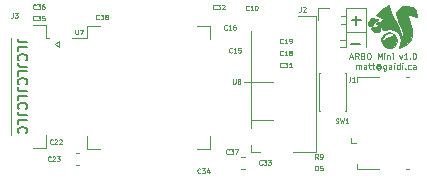
<source format=gbr>
G04 #@! TF.GenerationSoftware,KiCad,Pcbnew,(5.1.2-1)-1*
G04 #@! TF.CreationDate,2020-01-07T18:23:05-05:00*
G04 #@! TF.ProjectId,ARBO Mini,4152424f-204d-4696-9e69-2e6b69636164,rev?*
G04 #@! TF.SameCoordinates,Original*
G04 #@! TF.FileFunction,Legend,Top*
G04 #@! TF.FilePolarity,Positive*
%FSLAX46Y46*%
G04 Gerber Fmt 4.6, Leading zero omitted, Abs format (unit mm)*
G04 Created by KiCad (PCBNEW (5.1.2-1)-1) date 2020-01-07 18:23:05*
%MOMM*%
%LPD*%
G04 APERTURE LIST*
%ADD10C,0.150000*%
%ADD11C,0.080000*%
%ADD12C,0.200000*%
%ADD13C,0.120000*%
%ADD14C,0.010000*%
%ADD15C,0.100000*%
G04 APERTURE END LIST*
D10*
X107499095Y-57137761D02*
X106927666Y-57137761D01*
X106813380Y-57099666D01*
X106737190Y-57023476D01*
X106699095Y-56909190D01*
X106699095Y-56833000D01*
X106699095Y-57899666D02*
X106699095Y-57518714D01*
X107499095Y-57518714D01*
X106775285Y-58623476D02*
X106737190Y-58585380D01*
X106699095Y-58471095D01*
X106699095Y-58394904D01*
X106737190Y-58280619D01*
X106813380Y-58204428D01*
X106889571Y-58166333D01*
X107041952Y-58128238D01*
X107156238Y-58128238D01*
X107308619Y-58166333D01*
X107384809Y-58204428D01*
X107461000Y-58280619D01*
X107499095Y-58394904D01*
X107499095Y-58471095D01*
X107461000Y-58585380D01*
X107422904Y-58623476D01*
X107499095Y-59194904D02*
X106927666Y-59194904D01*
X106813380Y-59156809D01*
X106737190Y-59080619D01*
X106699095Y-58966333D01*
X106699095Y-58890142D01*
X106699095Y-59956809D02*
X106699095Y-59575857D01*
X107499095Y-59575857D01*
X106775285Y-60680619D02*
X106737190Y-60642523D01*
X106699095Y-60528238D01*
X106699095Y-60452047D01*
X106737190Y-60337761D01*
X106813380Y-60261571D01*
X106889571Y-60223476D01*
X107041952Y-60185380D01*
X107156238Y-60185380D01*
X107308619Y-60223476D01*
X107384809Y-60261571D01*
X107461000Y-60337761D01*
X107499095Y-60452047D01*
X107499095Y-60528238D01*
X107461000Y-60642523D01*
X107422904Y-60680619D01*
X107499095Y-61252047D02*
X106927666Y-61252047D01*
X106813380Y-61213952D01*
X106737190Y-61137761D01*
X106699095Y-61023476D01*
X106699095Y-60947285D01*
X106699095Y-62013952D02*
X106699095Y-61633000D01*
X107499095Y-61633000D01*
X106775285Y-62737761D02*
X106737190Y-62699666D01*
X106699095Y-62585380D01*
X106699095Y-62509190D01*
X106737190Y-62394904D01*
X106813380Y-62318714D01*
X106889571Y-62280619D01*
X107041952Y-62242523D01*
X107156238Y-62242523D01*
X107308619Y-62280619D01*
X107384809Y-62318714D01*
X107461000Y-62394904D01*
X107499095Y-62509190D01*
X107499095Y-62585380D01*
X107461000Y-62699666D01*
X107422904Y-62737761D01*
X107499095Y-63309190D02*
X106927666Y-63309190D01*
X106813380Y-63271095D01*
X106737190Y-63194904D01*
X106699095Y-63080619D01*
X106699095Y-63004428D01*
X106699095Y-64071095D02*
X106699095Y-63690142D01*
X107499095Y-63690142D01*
X106775285Y-64794904D02*
X106737190Y-64756809D01*
X106699095Y-64642523D01*
X106699095Y-64566333D01*
X106737190Y-64452047D01*
X106813380Y-64375857D01*
X106889571Y-64337761D01*
X107041952Y-64299666D01*
X107156238Y-64299666D01*
X107308619Y-64337761D01*
X107384809Y-64375857D01*
X107461000Y-64452047D01*
X107499095Y-64566333D01*
X107499095Y-64642523D01*
X107461000Y-64756809D01*
X107422904Y-64794904D01*
D11*
X134821123Y-58393133D02*
X135059219Y-58393133D01*
X134773504Y-58535990D02*
X134940171Y-58035990D01*
X135106838Y-58535990D01*
X135559219Y-58535990D02*
X135392552Y-58297895D01*
X135273504Y-58535990D02*
X135273504Y-58035990D01*
X135463980Y-58035990D01*
X135511600Y-58059800D01*
X135535409Y-58083609D01*
X135559219Y-58131228D01*
X135559219Y-58202657D01*
X135535409Y-58250276D01*
X135511600Y-58274085D01*
X135463980Y-58297895D01*
X135273504Y-58297895D01*
X135940171Y-58274085D02*
X136011600Y-58297895D01*
X136035409Y-58321704D01*
X136059219Y-58369323D01*
X136059219Y-58440752D01*
X136035409Y-58488371D01*
X136011600Y-58512180D01*
X135963980Y-58535990D01*
X135773504Y-58535990D01*
X135773504Y-58035990D01*
X135940171Y-58035990D01*
X135987790Y-58059800D01*
X136011600Y-58083609D01*
X136035409Y-58131228D01*
X136035409Y-58178847D01*
X136011600Y-58226466D01*
X135987790Y-58250276D01*
X135940171Y-58274085D01*
X135773504Y-58274085D01*
X136368742Y-58035990D02*
X136463980Y-58035990D01*
X136511600Y-58059800D01*
X136559219Y-58107419D01*
X136583028Y-58202657D01*
X136583028Y-58369323D01*
X136559219Y-58464561D01*
X136511600Y-58512180D01*
X136463980Y-58535990D01*
X136368742Y-58535990D01*
X136321123Y-58512180D01*
X136273504Y-58464561D01*
X136249695Y-58369323D01*
X136249695Y-58202657D01*
X136273504Y-58107419D01*
X136321123Y-58059800D01*
X136368742Y-58035990D01*
X137178266Y-58535990D02*
X137178266Y-58035990D01*
X137344933Y-58393133D01*
X137511600Y-58035990D01*
X137511600Y-58535990D01*
X137749695Y-58535990D02*
X137749695Y-58202657D01*
X137749695Y-58035990D02*
X137725885Y-58059800D01*
X137749695Y-58083609D01*
X137773504Y-58059800D01*
X137749695Y-58035990D01*
X137749695Y-58083609D01*
X137987790Y-58202657D02*
X137987790Y-58535990D01*
X137987790Y-58250276D02*
X138011600Y-58226466D01*
X138059219Y-58202657D01*
X138130647Y-58202657D01*
X138178266Y-58226466D01*
X138202076Y-58274085D01*
X138202076Y-58535990D01*
X138440171Y-58535990D02*
X138440171Y-58202657D01*
X138440171Y-58035990D02*
X138416361Y-58059800D01*
X138440171Y-58083609D01*
X138463980Y-58059800D01*
X138440171Y-58035990D01*
X138440171Y-58083609D01*
X139011600Y-58202657D02*
X139130647Y-58535990D01*
X139249695Y-58202657D01*
X139702076Y-58535990D02*
X139416361Y-58535990D01*
X139559219Y-58535990D02*
X139559219Y-58035990D01*
X139511600Y-58107419D01*
X139463980Y-58155038D01*
X139416361Y-58178847D01*
X139916361Y-58488371D02*
X139940171Y-58512180D01*
X139916361Y-58535990D01*
X139892552Y-58512180D01*
X139916361Y-58488371D01*
X139916361Y-58535990D01*
X140249695Y-58035990D02*
X140297314Y-58035990D01*
X140344933Y-58059800D01*
X140368742Y-58083609D01*
X140392552Y-58131228D01*
X140416361Y-58226466D01*
X140416361Y-58345514D01*
X140392552Y-58440752D01*
X140368742Y-58488371D01*
X140344933Y-58512180D01*
X140297314Y-58535990D01*
X140249695Y-58535990D01*
X140202076Y-58512180D01*
X140178266Y-58488371D01*
X140154457Y-58440752D01*
X140130647Y-58345514D01*
X140130647Y-58226466D01*
X140154457Y-58131228D01*
X140178266Y-58083609D01*
X140202076Y-58059800D01*
X140249695Y-58035990D01*
X135344933Y-59365990D02*
X135344933Y-59032657D01*
X135344933Y-59080276D02*
X135368742Y-59056466D01*
X135416361Y-59032657D01*
X135487790Y-59032657D01*
X135535409Y-59056466D01*
X135559219Y-59104085D01*
X135559219Y-59365990D01*
X135559219Y-59104085D02*
X135583028Y-59056466D01*
X135630647Y-59032657D01*
X135702076Y-59032657D01*
X135749695Y-59056466D01*
X135773504Y-59104085D01*
X135773504Y-59365990D01*
X136225885Y-59365990D02*
X136225885Y-59104085D01*
X136202076Y-59056466D01*
X136154457Y-59032657D01*
X136059219Y-59032657D01*
X136011600Y-59056466D01*
X136225885Y-59342180D02*
X136178266Y-59365990D01*
X136059219Y-59365990D01*
X136011600Y-59342180D01*
X135987790Y-59294561D01*
X135987790Y-59246942D01*
X136011600Y-59199323D01*
X136059219Y-59175514D01*
X136178266Y-59175514D01*
X136225885Y-59151704D01*
X136392552Y-59032657D02*
X136583028Y-59032657D01*
X136463980Y-58865990D02*
X136463980Y-59294561D01*
X136487790Y-59342180D01*
X136535409Y-59365990D01*
X136583028Y-59365990D01*
X136678266Y-59032657D02*
X136868742Y-59032657D01*
X136749695Y-58865990D02*
X136749695Y-59294561D01*
X136773504Y-59342180D01*
X136821123Y-59365990D01*
X136868742Y-59365990D01*
X137344933Y-59127895D02*
X137321123Y-59104085D01*
X137273504Y-59080276D01*
X137225885Y-59080276D01*
X137178266Y-59104085D01*
X137154457Y-59127895D01*
X137130647Y-59175514D01*
X137130647Y-59223133D01*
X137154457Y-59270752D01*
X137178266Y-59294561D01*
X137225885Y-59318371D01*
X137273504Y-59318371D01*
X137321123Y-59294561D01*
X137344933Y-59270752D01*
X137344933Y-59080276D02*
X137344933Y-59270752D01*
X137368742Y-59294561D01*
X137392552Y-59294561D01*
X137440171Y-59270752D01*
X137463980Y-59223133D01*
X137463980Y-59104085D01*
X137416361Y-59032657D01*
X137344933Y-58985038D01*
X137249695Y-58961228D01*
X137154457Y-58985038D01*
X137083028Y-59032657D01*
X137035409Y-59104085D01*
X137011600Y-59199323D01*
X137035409Y-59294561D01*
X137083028Y-59365990D01*
X137154457Y-59413609D01*
X137249695Y-59437419D01*
X137344933Y-59413609D01*
X137416361Y-59365990D01*
X137892552Y-59032657D02*
X137892552Y-59437419D01*
X137868742Y-59485038D01*
X137844933Y-59508847D01*
X137797314Y-59532657D01*
X137725885Y-59532657D01*
X137678266Y-59508847D01*
X137892552Y-59342180D02*
X137844933Y-59365990D01*
X137749695Y-59365990D01*
X137702076Y-59342180D01*
X137678266Y-59318371D01*
X137654457Y-59270752D01*
X137654457Y-59127895D01*
X137678266Y-59080276D01*
X137702076Y-59056466D01*
X137749695Y-59032657D01*
X137844933Y-59032657D01*
X137892552Y-59056466D01*
X138344933Y-59365990D02*
X138344933Y-59104085D01*
X138321123Y-59056466D01*
X138273504Y-59032657D01*
X138178266Y-59032657D01*
X138130647Y-59056466D01*
X138344933Y-59342180D02*
X138297314Y-59365990D01*
X138178266Y-59365990D01*
X138130647Y-59342180D01*
X138106838Y-59294561D01*
X138106838Y-59246942D01*
X138130647Y-59199323D01*
X138178266Y-59175514D01*
X138297314Y-59175514D01*
X138344933Y-59151704D01*
X138583028Y-59365990D02*
X138583028Y-59032657D01*
X138583028Y-58865990D02*
X138559219Y-58889800D01*
X138583028Y-58913609D01*
X138606838Y-58889800D01*
X138583028Y-58865990D01*
X138583028Y-58913609D01*
X139035409Y-59365990D02*
X139035409Y-58865990D01*
X139035409Y-59342180D02*
X138987790Y-59365990D01*
X138892552Y-59365990D01*
X138844933Y-59342180D01*
X138821123Y-59318371D01*
X138797314Y-59270752D01*
X138797314Y-59127895D01*
X138821123Y-59080276D01*
X138844933Y-59056466D01*
X138892552Y-59032657D01*
X138987790Y-59032657D01*
X139035409Y-59056466D01*
X139273504Y-59365990D02*
X139273504Y-59032657D01*
X139273504Y-58865990D02*
X139249695Y-58889800D01*
X139273504Y-58913609D01*
X139297314Y-58889800D01*
X139273504Y-58865990D01*
X139273504Y-58913609D01*
X139511600Y-59318371D02*
X139535409Y-59342180D01*
X139511600Y-59365990D01*
X139487790Y-59342180D01*
X139511600Y-59318371D01*
X139511600Y-59365990D01*
X139963980Y-59342180D02*
X139916361Y-59365990D01*
X139821123Y-59365990D01*
X139773504Y-59342180D01*
X139749695Y-59318371D01*
X139725885Y-59270752D01*
X139725885Y-59127895D01*
X139749695Y-59080276D01*
X139773504Y-59056466D01*
X139821123Y-59032657D01*
X139916361Y-59032657D01*
X139963980Y-59056466D01*
X140392552Y-59365990D02*
X140392552Y-59104085D01*
X140368742Y-59056466D01*
X140321123Y-59032657D01*
X140225885Y-59032657D01*
X140178266Y-59056466D01*
X140392552Y-59342180D02*
X140344933Y-59365990D01*
X140225885Y-59365990D01*
X140178266Y-59342180D01*
X140154457Y-59294561D01*
X140154457Y-59246942D01*
X140178266Y-59199323D01*
X140225885Y-59175514D01*
X140344933Y-59175514D01*
X140392552Y-59151704D01*
D12*
X134975647Y-55265628D02*
X135737552Y-55265628D01*
X135356600Y-55646580D02*
X135356600Y-54884676D01*
X134950247Y-57297628D02*
X135712152Y-57297628D01*
D13*
X132096000Y-54245000D02*
X133096000Y-54245000D01*
X132096000Y-55245000D02*
X132096000Y-54245000D01*
X133978114Y-57555000D02*
X134536000Y-57555000D01*
X133978114Y-56935000D02*
X134536000Y-56935000D01*
X134536000Y-56245000D02*
X136156000Y-56245000D01*
X134031000Y-55555000D02*
X134536000Y-55555000D01*
X134031000Y-54935000D02*
X134536000Y-54935000D01*
X136156000Y-54185000D02*
X134536000Y-54185000D01*
X136156000Y-57555000D02*
X136156000Y-54185000D01*
X134536000Y-54185000D02*
X134536000Y-57555000D01*
D14*
G36*
X137048614Y-55114358D02*
G01*
X137186797Y-55168759D01*
X137196120Y-55239490D01*
X137071713Y-55305416D01*
X136907261Y-55423897D01*
X136818579Y-55565511D01*
X136698601Y-55721117D01*
X136537824Y-55766715D01*
X136398122Y-55693460D01*
X136362684Y-55630689D01*
X136371546Y-55462790D01*
X136438477Y-55348651D01*
X136517917Y-55216205D01*
X136511074Y-55149229D01*
X136549329Y-55114653D01*
X136712464Y-55094614D01*
X136802226Y-55092600D01*
X137048614Y-55114358D01*
X137048614Y-55114358D01*
G37*
X137048614Y-55114358D02*
X137186797Y-55168759D01*
X137196120Y-55239490D01*
X137071713Y-55305416D01*
X136907261Y-55423897D01*
X136818579Y-55565511D01*
X136698601Y-55721117D01*
X136537824Y-55766715D01*
X136398122Y-55693460D01*
X136362684Y-55630689D01*
X136371546Y-55462790D01*
X136438477Y-55348651D01*
X136517917Y-55216205D01*
X136511074Y-55149229D01*
X136549329Y-55114653D01*
X136712464Y-55094614D01*
X136802226Y-55092600D01*
X137048614Y-55114358D01*
G36*
X137341471Y-55825078D02*
G01*
X137379598Y-55887070D01*
X137372569Y-56069392D01*
X137249068Y-56220739D01*
X137074346Y-56277933D01*
X136902583Y-56226856D01*
X136724880Y-56115888D01*
X136595303Y-55984153D01*
X136603009Y-55894342D01*
X136759645Y-55831889D01*
X136982133Y-55794207D01*
X137219212Y-55779291D01*
X137341471Y-55825078D01*
X137341471Y-55825078D01*
G37*
X137341471Y-55825078D02*
X137379598Y-55887070D01*
X137372569Y-56069392D01*
X137249068Y-56220739D01*
X137074346Y-56277933D01*
X136902583Y-56226856D01*
X136724880Y-56115888D01*
X136595303Y-55984153D01*
X136603009Y-55894342D01*
X136759645Y-55831889D01*
X136982133Y-55794207D01*
X137219212Y-55779291D01*
X137341471Y-55825078D01*
G36*
X138116863Y-53974312D02*
G01*
X138163948Y-54087239D01*
X138239609Y-54312109D01*
X138324012Y-54598542D01*
X138346000Y-54679905D01*
X138443943Y-54943714D01*
X138604771Y-55271770D01*
X138782999Y-55575784D01*
X138968148Y-55901325D01*
X139107284Y-56219482D01*
X139168147Y-56441869D01*
X139212656Y-56641738D01*
X139269735Y-56736248D01*
X139290178Y-56735249D01*
X139335020Y-56614353D01*
X139307577Y-56376420D01*
X139215619Y-56053626D01*
X139066920Y-55678148D01*
X139000220Y-55534677D01*
X138868964Y-55221916D01*
X138779037Y-54927772D01*
X138750784Y-54730343D01*
X138834913Y-54438765D01*
X139044131Y-54211897D01*
X139340779Y-54067675D01*
X139687201Y-54024033D01*
X140045739Y-54098909D01*
X140062325Y-54105674D01*
X140278647Y-54228488D01*
X140403517Y-54407718D01*
X140462577Y-54586742D01*
X140513392Y-54809880D01*
X140528725Y-54953408D01*
X140522898Y-54975258D01*
X140430875Y-54967639D01*
X140242877Y-54906382D01*
X140167525Y-54876253D01*
X139936682Y-54804542D01*
X139787750Y-54806854D01*
X139771651Y-54817749D01*
X139760501Y-54933526D01*
X139811546Y-55166311D01*
X139909793Y-55460473D01*
X140078872Y-56031264D01*
X140114215Y-56504535D01*
X140011826Y-56891582D01*
X139767707Y-57203704D01*
X139377863Y-57452197D01*
X139174756Y-57538394D01*
X138962612Y-57619051D01*
X139071573Y-57308326D01*
X139137140Y-56908845D01*
X139059557Y-56554580D01*
X138863497Y-56268175D01*
X138573633Y-56072274D01*
X138214637Y-55989523D01*
X137811183Y-56042567D01*
X137724936Y-56072379D01*
X137614064Y-56054684D01*
X137568904Y-55924573D01*
X137477686Y-55750781D01*
X137265834Y-55646591D01*
X137055915Y-55561745D01*
X137001978Y-55487359D01*
X137105874Y-55439928D01*
X137241688Y-55431267D01*
X137483679Y-55370247D01*
X137582292Y-55263879D01*
X137619975Y-55147759D01*
X137557573Y-55062615D01*
X137364763Y-54968178D01*
X137357263Y-54965038D01*
X137042651Y-54833585D01*
X137291984Y-54584600D01*
X137456334Y-54584600D01*
X137475527Y-54657083D01*
X137536003Y-54669267D01*
X137651846Y-54625062D01*
X137668000Y-54584600D01*
X137607233Y-54502357D01*
X137588330Y-54499933D01*
X137473663Y-54561477D01*
X137456334Y-54584600D01*
X137291984Y-54584600D01*
X137376492Y-54500211D01*
X137578171Y-54315390D01*
X137743348Y-54193117D01*
X137811960Y-54164052D01*
X137933245Y-54095840D01*
X137996506Y-54013100D01*
X138062346Y-53925994D01*
X138116863Y-53974312D01*
X138116863Y-53974312D01*
G37*
X138116863Y-53974312D02*
X138163948Y-54087239D01*
X138239609Y-54312109D01*
X138324012Y-54598542D01*
X138346000Y-54679905D01*
X138443943Y-54943714D01*
X138604771Y-55271770D01*
X138782999Y-55575784D01*
X138968148Y-55901325D01*
X139107284Y-56219482D01*
X139168147Y-56441869D01*
X139212656Y-56641738D01*
X139269735Y-56736248D01*
X139290178Y-56735249D01*
X139335020Y-56614353D01*
X139307577Y-56376420D01*
X139215619Y-56053626D01*
X139066920Y-55678148D01*
X139000220Y-55534677D01*
X138868964Y-55221916D01*
X138779037Y-54927772D01*
X138750784Y-54730343D01*
X138834913Y-54438765D01*
X139044131Y-54211897D01*
X139340779Y-54067675D01*
X139687201Y-54024033D01*
X140045739Y-54098909D01*
X140062325Y-54105674D01*
X140278647Y-54228488D01*
X140403517Y-54407718D01*
X140462577Y-54586742D01*
X140513392Y-54809880D01*
X140528725Y-54953408D01*
X140522898Y-54975258D01*
X140430875Y-54967639D01*
X140242877Y-54906382D01*
X140167525Y-54876253D01*
X139936682Y-54804542D01*
X139787750Y-54806854D01*
X139771651Y-54817749D01*
X139760501Y-54933526D01*
X139811546Y-55166311D01*
X139909793Y-55460473D01*
X140078872Y-56031264D01*
X140114215Y-56504535D01*
X140011826Y-56891582D01*
X139767707Y-57203704D01*
X139377863Y-57452197D01*
X139174756Y-57538394D01*
X138962612Y-57619051D01*
X139071573Y-57308326D01*
X139137140Y-56908845D01*
X139059557Y-56554580D01*
X138863497Y-56268175D01*
X138573633Y-56072274D01*
X138214637Y-55989523D01*
X137811183Y-56042567D01*
X137724936Y-56072379D01*
X137614064Y-56054684D01*
X137568904Y-55924573D01*
X137477686Y-55750781D01*
X137265834Y-55646591D01*
X137055915Y-55561745D01*
X137001978Y-55487359D01*
X137105874Y-55439928D01*
X137241688Y-55431267D01*
X137483679Y-55370247D01*
X137582292Y-55263879D01*
X137619975Y-55147759D01*
X137557573Y-55062615D01*
X137364763Y-54968178D01*
X137357263Y-54965038D01*
X137042651Y-54833585D01*
X137291984Y-54584600D01*
X137456334Y-54584600D01*
X137475527Y-54657083D01*
X137536003Y-54669267D01*
X137651846Y-54625062D01*
X137668000Y-54584600D01*
X137607233Y-54502357D01*
X137588330Y-54499933D01*
X137473663Y-54561477D01*
X137456334Y-54584600D01*
X137291984Y-54584600D01*
X137376492Y-54500211D01*
X137578171Y-54315390D01*
X137743348Y-54193117D01*
X137811960Y-54164052D01*
X137933245Y-54095840D01*
X137996506Y-54013100D01*
X138062346Y-53925994D01*
X138116863Y-53974312D01*
G36*
X138387667Y-56297968D02*
G01*
X138156347Y-56351450D01*
X137899696Y-56455060D01*
X137693074Y-56615128D01*
X137587812Y-56789014D01*
X137583334Y-56827438D01*
X137624342Y-56942653D01*
X137739780Y-56913610D01*
X137883178Y-56782054D01*
X138105477Y-56645290D01*
X138256133Y-56633887D01*
X138420396Y-56622032D01*
X138461899Y-56520446D01*
X138461690Y-56517462D01*
X138490068Y-56414446D01*
X138577016Y-56431420D01*
X138686903Y-56547661D01*
X138765795Y-56694333D01*
X138821480Y-57002721D01*
X138746250Y-57274341D01*
X138573308Y-57486437D01*
X138335859Y-57616250D01*
X138067107Y-57641022D01*
X137800257Y-57537996D01*
X137682759Y-57436643D01*
X137524818Y-57163987D01*
X137498477Y-56860902D01*
X137601534Y-56582894D01*
X137721752Y-56453412D01*
X137945433Y-56332019D01*
X138166252Y-56287950D01*
X138387667Y-56297968D01*
X138387667Y-56297968D01*
G37*
X138387667Y-56297968D02*
X138156347Y-56351450D01*
X137899696Y-56455060D01*
X137693074Y-56615128D01*
X137587812Y-56789014D01*
X137583334Y-56827438D01*
X137624342Y-56942653D01*
X137739780Y-56913610D01*
X137883178Y-56782054D01*
X138105477Y-56645290D01*
X138256133Y-56633887D01*
X138420396Y-56622032D01*
X138461899Y-56520446D01*
X138461690Y-56517462D01*
X138490068Y-56414446D01*
X138577016Y-56431420D01*
X138686903Y-56547661D01*
X138765795Y-56694333D01*
X138821480Y-57002721D01*
X138746250Y-57274341D01*
X138573308Y-57486437D01*
X138335859Y-57616250D01*
X138067107Y-57641022D01*
X137800257Y-57537996D01*
X137682759Y-57436643D01*
X137524818Y-57163987D01*
X137498477Y-56860902D01*
X137601534Y-56582894D01*
X137721752Y-56453412D01*
X137945433Y-56332019D01*
X138166252Y-56287950D01*
X138387667Y-56297968D01*
D13*
X112605000Y-56735000D02*
X111330000Y-56735000D01*
X122955000Y-55785000D02*
X121905000Y-55785000D01*
X122955000Y-66135000D02*
X121905000Y-66135000D01*
X112605000Y-66135000D02*
X113655000Y-66135000D01*
X112605000Y-55785000D02*
X113655000Y-55785000D01*
X112605000Y-66135000D02*
X112605000Y-65085000D01*
X122955000Y-66135000D02*
X122955000Y-65085000D01*
X122955000Y-55785000D02*
X122955000Y-56835000D01*
X112605000Y-55785000D02*
X112605000Y-56735000D01*
X134370000Y-62935000D02*
X134470000Y-62935000D01*
X134370000Y-59695000D02*
X134470000Y-59695000D01*
X134470000Y-62935000D02*
X134470000Y-59695000D01*
X132230000Y-62935000D02*
X132330000Y-62935000D01*
X132230000Y-59695000D02*
X132330000Y-59695000D01*
X132230000Y-62935000D02*
X132230000Y-59695000D01*
X110207553Y-57507000D02*
X110207553Y-57007000D01*
X109854000Y-57257000D02*
X110207553Y-57507000D01*
X110207553Y-57007000D02*
X109854000Y-57257000D01*
X106124000Y-56717000D02*
X106124000Y-64997000D01*
X109114000Y-66067000D02*
X109114000Y-64967000D01*
X107994000Y-66067000D02*
X109114000Y-66067000D01*
X109114000Y-56747000D02*
X109354000Y-56747000D01*
X109114000Y-55647000D02*
X109114000Y-56747000D01*
X107994000Y-55647000D02*
X109114000Y-55647000D01*
D15*
X134741600Y-67818000D02*
G75*
G03X134741600Y-67818000I-50000J0D01*
G01*
D13*
X128281000Y-60493000D02*
X125831000Y-60493000D01*
X126481000Y-63713000D02*
X128281000Y-63713000D01*
X126492000Y-64389000D02*
X126492000Y-56134000D01*
X131953000Y-54864000D02*
X130429000Y-54864000D01*
X126492000Y-66421000D02*
X126492000Y-65786000D01*
X127254000Y-66421000D02*
X126492000Y-66421000D01*
X131953000Y-66421000D02*
X130048000Y-66421000D01*
X131953000Y-54864000D02*
X131953000Y-66294000D01*
X134880000Y-65662400D02*
X135330000Y-65662400D01*
X134880000Y-65662400D02*
X134880000Y-65212400D01*
X135430000Y-60062400D02*
X135430000Y-60512400D01*
X137280000Y-60062400D02*
X135430000Y-60062400D01*
X139830000Y-67862400D02*
X139580000Y-67862400D01*
X139830000Y-60062400D02*
X139580000Y-60062400D01*
X137280000Y-67862400D02*
X135430000Y-67862400D01*
X135430000Y-67862400D02*
X135430000Y-67412400D01*
X125592721Y-67820000D02*
X125918279Y-67820000D01*
X125592721Y-66800000D02*
X125918279Y-66800000D01*
X111597121Y-67515200D02*
X111922679Y-67515200D01*
X111597121Y-66495200D02*
X111922679Y-66495200D01*
D15*
X111582238Y-56041952D02*
X111582238Y-56365761D01*
X111601285Y-56403857D01*
X111620333Y-56422904D01*
X111658428Y-56441952D01*
X111734619Y-56441952D01*
X111772714Y-56422904D01*
X111791761Y-56403857D01*
X111810809Y-56365761D01*
X111810809Y-56041952D01*
X111963190Y-56041952D02*
X112229857Y-56041952D01*
X112058428Y-56441952D01*
X108226257Y-54270257D02*
X108207209Y-54289304D01*
X108150066Y-54308352D01*
X108111971Y-54308352D01*
X108054828Y-54289304D01*
X108016733Y-54251209D01*
X107997685Y-54213114D01*
X107978638Y-54136923D01*
X107978638Y-54079780D01*
X107997685Y-54003590D01*
X108016733Y-53965495D01*
X108054828Y-53927400D01*
X108111971Y-53908352D01*
X108150066Y-53908352D01*
X108207209Y-53927400D01*
X108226257Y-53946447D01*
X108359590Y-53908352D02*
X108607209Y-53908352D01*
X108473876Y-54060733D01*
X108531019Y-54060733D01*
X108569114Y-54079780D01*
X108588161Y-54098828D01*
X108607209Y-54136923D01*
X108607209Y-54232161D01*
X108588161Y-54270257D01*
X108569114Y-54289304D01*
X108531019Y-54308352D01*
X108416733Y-54308352D01*
X108378638Y-54289304D01*
X108359590Y-54270257D01*
X108950066Y-53908352D02*
X108873876Y-53908352D01*
X108835780Y-53927400D01*
X108816733Y-53946447D01*
X108778638Y-54003590D01*
X108759590Y-54079780D01*
X108759590Y-54232161D01*
X108778638Y-54270257D01*
X108797685Y-54289304D01*
X108835780Y-54308352D01*
X108911971Y-54308352D01*
X108950066Y-54289304D01*
X108969114Y-54270257D01*
X108988161Y-54232161D01*
X108988161Y-54136923D01*
X108969114Y-54098828D01*
X108950066Y-54079780D01*
X108911971Y-54060733D01*
X108835780Y-54060733D01*
X108797685Y-54079780D01*
X108778638Y-54098828D01*
X108759590Y-54136923D01*
X108226257Y-55235457D02*
X108207209Y-55254504D01*
X108150066Y-55273552D01*
X108111971Y-55273552D01*
X108054828Y-55254504D01*
X108016733Y-55216409D01*
X107997685Y-55178314D01*
X107978638Y-55102123D01*
X107978638Y-55044980D01*
X107997685Y-54968790D01*
X108016733Y-54930695D01*
X108054828Y-54892600D01*
X108111971Y-54873552D01*
X108150066Y-54873552D01*
X108207209Y-54892600D01*
X108226257Y-54911647D01*
X108359590Y-54873552D02*
X108607209Y-54873552D01*
X108473876Y-55025933D01*
X108531019Y-55025933D01*
X108569114Y-55044980D01*
X108588161Y-55064028D01*
X108607209Y-55102123D01*
X108607209Y-55197361D01*
X108588161Y-55235457D01*
X108569114Y-55254504D01*
X108531019Y-55273552D01*
X108416733Y-55273552D01*
X108378638Y-55254504D01*
X108359590Y-55235457D01*
X108969114Y-54873552D02*
X108778638Y-54873552D01*
X108759590Y-55064028D01*
X108778638Y-55044980D01*
X108816733Y-55025933D01*
X108911971Y-55025933D01*
X108950066Y-55044980D01*
X108969114Y-55064028D01*
X108988161Y-55102123D01*
X108988161Y-55197361D01*
X108969114Y-55235457D01*
X108950066Y-55254504D01*
X108911971Y-55273552D01*
X108816733Y-55273552D01*
X108778638Y-55254504D01*
X108759590Y-55235457D01*
X133629466Y-63941304D02*
X133686609Y-63960352D01*
X133781847Y-63960352D01*
X133819942Y-63941304D01*
X133838990Y-63922257D01*
X133858038Y-63884161D01*
X133858038Y-63846066D01*
X133838990Y-63807971D01*
X133819942Y-63788923D01*
X133781847Y-63769876D01*
X133705657Y-63750828D01*
X133667561Y-63731780D01*
X133648514Y-63712733D01*
X133629466Y-63674638D01*
X133629466Y-63636542D01*
X133648514Y-63598447D01*
X133667561Y-63579400D01*
X133705657Y-63560352D01*
X133800895Y-63560352D01*
X133858038Y-63579400D01*
X133991371Y-63560352D02*
X134086609Y-63960352D01*
X134162800Y-63674638D01*
X134238990Y-63960352D01*
X134334228Y-63560352D01*
X134696133Y-63960352D02*
X134467561Y-63960352D01*
X134581847Y-63960352D02*
X134581847Y-63560352D01*
X134543752Y-63617495D01*
X134505657Y-63655590D01*
X134467561Y-63674638D01*
X132140333Y-66982952D02*
X132007000Y-66792476D01*
X131911761Y-66982952D02*
X131911761Y-66582952D01*
X132064142Y-66582952D01*
X132102238Y-66602000D01*
X132121285Y-66621047D01*
X132140333Y-66659142D01*
X132140333Y-66716285D01*
X132121285Y-66754380D01*
X132102238Y-66773428D01*
X132064142Y-66792476D01*
X131911761Y-66792476D01*
X132330809Y-66982952D02*
X132407000Y-66982952D01*
X132445095Y-66963904D01*
X132464142Y-66944857D01*
X132502238Y-66887714D01*
X132521285Y-66811523D01*
X132521285Y-66659142D01*
X132502238Y-66621047D01*
X132483190Y-66602000D01*
X132445095Y-66582952D01*
X132368904Y-66582952D01*
X132330809Y-66602000D01*
X132311761Y-66621047D01*
X132292714Y-66659142D01*
X132292714Y-66754380D01*
X132311761Y-66792476D01*
X132330809Y-66811523D01*
X132368904Y-66830571D01*
X132445095Y-66830571D01*
X132483190Y-66811523D01*
X132502238Y-66792476D01*
X132521285Y-66754380D01*
X106292666Y-54644952D02*
X106292666Y-54930666D01*
X106273619Y-54987809D01*
X106235523Y-55025904D01*
X106178380Y-55044952D01*
X106140285Y-55044952D01*
X106445047Y-54644952D02*
X106692666Y-54644952D01*
X106559333Y-54797333D01*
X106616476Y-54797333D01*
X106654571Y-54816380D01*
X106673619Y-54835428D01*
X106692666Y-54873523D01*
X106692666Y-54968761D01*
X106673619Y-55006857D01*
X106654571Y-55025904D01*
X106616476Y-55044952D01*
X106502190Y-55044952D01*
X106464095Y-55025904D01*
X106445047Y-55006857D01*
X131911761Y-67973552D02*
X131911761Y-67573552D01*
X132007000Y-67573552D01*
X132064142Y-67592600D01*
X132102238Y-67630695D01*
X132121285Y-67668790D01*
X132140333Y-67744980D01*
X132140333Y-67802123D01*
X132121285Y-67878314D01*
X132102238Y-67916409D01*
X132064142Y-67954504D01*
X132007000Y-67973552D01*
X131911761Y-67973552D01*
X132502238Y-67573552D02*
X132311761Y-67573552D01*
X132292714Y-67764028D01*
X132311761Y-67744980D01*
X132349857Y-67725933D01*
X132445095Y-67725933D01*
X132483190Y-67744980D01*
X132502238Y-67764028D01*
X132521285Y-67802123D01*
X132521285Y-67897361D01*
X132502238Y-67935457D01*
X132483190Y-67954504D01*
X132445095Y-67973552D01*
X132349857Y-67973552D01*
X132311761Y-67954504D01*
X132292714Y-67935457D01*
X124917238Y-60232952D02*
X124917238Y-60556761D01*
X124936285Y-60594857D01*
X124955333Y-60613904D01*
X124993428Y-60632952D01*
X125069619Y-60632952D01*
X125107714Y-60613904D01*
X125126761Y-60594857D01*
X125145809Y-60556761D01*
X125145809Y-60232952D01*
X125393428Y-60404380D02*
X125355333Y-60385333D01*
X125336285Y-60366285D01*
X125317238Y-60328190D01*
X125317238Y-60309142D01*
X125336285Y-60271047D01*
X125355333Y-60252000D01*
X125393428Y-60232952D01*
X125469619Y-60232952D01*
X125507714Y-60252000D01*
X125526761Y-60271047D01*
X125545809Y-60309142D01*
X125545809Y-60328190D01*
X125526761Y-60366285D01*
X125507714Y-60385333D01*
X125469619Y-60404380D01*
X125393428Y-60404380D01*
X125355333Y-60423428D01*
X125336285Y-60442476D01*
X125317238Y-60480571D01*
X125317238Y-60556761D01*
X125336285Y-60594857D01*
X125355333Y-60613904D01*
X125393428Y-60632952D01*
X125469619Y-60632952D01*
X125507714Y-60613904D01*
X125526761Y-60594857D01*
X125545809Y-60556761D01*
X125545809Y-60480571D01*
X125526761Y-60442476D01*
X125507714Y-60423428D01*
X125469619Y-60404380D01*
X130676666Y-54136952D02*
X130676666Y-54422666D01*
X130657619Y-54479809D01*
X130619523Y-54517904D01*
X130562380Y-54536952D01*
X130524285Y-54536952D01*
X130848095Y-54175047D02*
X130867142Y-54156000D01*
X130905238Y-54136952D01*
X131000476Y-54136952D01*
X131038571Y-54156000D01*
X131057619Y-54175047D01*
X131076666Y-54213142D01*
X131076666Y-54251238D01*
X131057619Y-54308380D01*
X130829047Y-54536952D01*
X131076666Y-54536952D01*
X134867666Y-60055152D02*
X134867666Y-60340866D01*
X134848619Y-60398009D01*
X134810523Y-60436104D01*
X134753380Y-60455152D01*
X134715285Y-60455152D01*
X135267666Y-60455152D02*
X135039095Y-60455152D01*
X135153380Y-60455152D02*
X135153380Y-60055152D01*
X135115285Y-60112295D01*
X135077190Y-60150390D01*
X135039095Y-60169438D01*
X113580857Y-55133857D02*
X113561809Y-55152904D01*
X113504666Y-55171952D01*
X113466571Y-55171952D01*
X113409428Y-55152904D01*
X113371333Y-55114809D01*
X113352285Y-55076714D01*
X113333238Y-55000523D01*
X113333238Y-54943380D01*
X113352285Y-54867190D01*
X113371333Y-54829095D01*
X113409428Y-54791000D01*
X113466571Y-54771952D01*
X113504666Y-54771952D01*
X113561809Y-54791000D01*
X113580857Y-54810047D01*
X113714190Y-54771952D02*
X113961809Y-54771952D01*
X113828476Y-54924333D01*
X113885619Y-54924333D01*
X113923714Y-54943380D01*
X113942761Y-54962428D01*
X113961809Y-55000523D01*
X113961809Y-55095761D01*
X113942761Y-55133857D01*
X113923714Y-55152904D01*
X113885619Y-55171952D01*
X113771333Y-55171952D01*
X113733238Y-55152904D01*
X113714190Y-55133857D01*
X114190380Y-54943380D02*
X114152285Y-54924333D01*
X114133238Y-54905285D01*
X114114190Y-54867190D01*
X114114190Y-54848142D01*
X114133238Y-54810047D01*
X114152285Y-54791000D01*
X114190380Y-54771952D01*
X114266571Y-54771952D01*
X114304666Y-54791000D01*
X114323714Y-54810047D01*
X114342761Y-54848142D01*
X114342761Y-54867190D01*
X114323714Y-54905285D01*
X114304666Y-54924333D01*
X114266571Y-54943380D01*
X114190380Y-54943380D01*
X114152285Y-54962428D01*
X114133238Y-54981476D01*
X114114190Y-55019571D01*
X114114190Y-55095761D01*
X114133238Y-55133857D01*
X114152285Y-55152904D01*
X114190380Y-55171952D01*
X114266571Y-55171952D01*
X114304666Y-55152904D01*
X114323714Y-55133857D01*
X114342761Y-55095761D01*
X114342761Y-55019571D01*
X114323714Y-54981476D01*
X114304666Y-54962428D01*
X114266571Y-54943380D01*
X124581457Y-66538457D02*
X124562409Y-66557504D01*
X124505266Y-66576552D01*
X124467171Y-66576552D01*
X124410028Y-66557504D01*
X124371933Y-66519409D01*
X124352885Y-66481314D01*
X124333838Y-66405123D01*
X124333838Y-66347980D01*
X124352885Y-66271790D01*
X124371933Y-66233695D01*
X124410028Y-66195600D01*
X124467171Y-66176552D01*
X124505266Y-66176552D01*
X124562409Y-66195600D01*
X124581457Y-66214647D01*
X124714790Y-66176552D02*
X124962409Y-66176552D01*
X124829076Y-66328933D01*
X124886219Y-66328933D01*
X124924314Y-66347980D01*
X124943361Y-66367028D01*
X124962409Y-66405123D01*
X124962409Y-66500361D01*
X124943361Y-66538457D01*
X124924314Y-66557504D01*
X124886219Y-66576552D01*
X124771933Y-66576552D01*
X124733838Y-66557504D01*
X124714790Y-66538457D01*
X125095742Y-66176552D02*
X125362409Y-66176552D01*
X125190980Y-66576552D01*
X122168457Y-68164057D02*
X122149409Y-68183104D01*
X122092266Y-68202152D01*
X122054171Y-68202152D01*
X121997028Y-68183104D01*
X121958933Y-68145009D01*
X121939885Y-68106914D01*
X121920838Y-68030723D01*
X121920838Y-67973580D01*
X121939885Y-67897390D01*
X121958933Y-67859295D01*
X121997028Y-67821200D01*
X122054171Y-67802152D01*
X122092266Y-67802152D01*
X122149409Y-67821200D01*
X122168457Y-67840247D01*
X122301790Y-67802152D02*
X122549409Y-67802152D01*
X122416076Y-67954533D01*
X122473219Y-67954533D01*
X122511314Y-67973580D01*
X122530361Y-67992628D01*
X122549409Y-68030723D01*
X122549409Y-68125961D01*
X122530361Y-68164057D01*
X122511314Y-68183104D01*
X122473219Y-68202152D01*
X122358933Y-68202152D01*
X122320838Y-68183104D01*
X122301790Y-68164057D01*
X122892266Y-67935485D02*
X122892266Y-68202152D01*
X122797028Y-67783104D02*
X122701790Y-68068819D01*
X122949409Y-68068819D01*
X127377857Y-67452857D02*
X127358809Y-67471904D01*
X127301666Y-67490952D01*
X127263571Y-67490952D01*
X127206428Y-67471904D01*
X127168333Y-67433809D01*
X127149285Y-67395714D01*
X127130238Y-67319523D01*
X127130238Y-67262380D01*
X127149285Y-67186190D01*
X127168333Y-67148095D01*
X127206428Y-67110000D01*
X127263571Y-67090952D01*
X127301666Y-67090952D01*
X127358809Y-67110000D01*
X127377857Y-67129047D01*
X127511190Y-67090952D02*
X127758809Y-67090952D01*
X127625476Y-67243333D01*
X127682619Y-67243333D01*
X127720714Y-67262380D01*
X127739761Y-67281428D01*
X127758809Y-67319523D01*
X127758809Y-67414761D01*
X127739761Y-67452857D01*
X127720714Y-67471904D01*
X127682619Y-67490952D01*
X127568333Y-67490952D01*
X127530238Y-67471904D01*
X127511190Y-67452857D01*
X127892142Y-67090952D02*
X128139761Y-67090952D01*
X128006428Y-67243333D01*
X128063571Y-67243333D01*
X128101666Y-67262380D01*
X128120714Y-67281428D01*
X128139761Y-67319523D01*
X128139761Y-67414761D01*
X128120714Y-67452857D01*
X128101666Y-67471904D01*
X128063571Y-67490952D01*
X127949285Y-67490952D01*
X127911190Y-67471904D01*
X127892142Y-67452857D01*
X123466257Y-54295657D02*
X123447209Y-54314704D01*
X123390066Y-54333752D01*
X123351971Y-54333752D01*
X123294828Y-54314704D01*
X123256733Y-54276609D01*
X123237685Y-54238514D01*
X123218638Y-54162323D01*
X123218638Y-54105180D01*
X123237685Y-54028990D01*
X123256733Y-53990895D01*
X123294828Y-53952800D01*
X123351971Y-53933752D01*
X123390066Y-53933752D01*
X123447209Y-53952800D01*
X123466257Y-53971847D01*
X123599590Y-53933752D02*
X123847209Y-53933752D01*
X123713876Y-54086133D01*
X123771019Y-54086133D01*
X123809114Y-54105180D01*
X123828161Y-54124228D01*
X123847209Y-54162323D01*
X123847209Y-54257561D01*
X123828161Y-54295657D01*
X123809114Y-54314704D01*
X123771019Y-54333752D01*
X123656733Y-54333752D01*
X123618638Y-54314704D01*
X123599590Y-54295657D01*
X123999590Y-53971847D02*
X124018638Y-53952800D01*
X124056733Y-53933752D01*
X124151971Y-53933752D01*
X124190066Y-53952800D01*
X124209114Y-53971847D01*
X124228161Y-54009942D01*
X124228161Y-54048038D01*
X124209114Y-54105180D01*
X123980542Y-54333752D01*
X124228161Y-54333752D01*
X129155857Y-59197857D02*
X129136809Y-59216904D01*
X129079666Y-59235952D01*
X129041571Y-59235952D01*
X128984428Y-59216904D01*
X128946333Y-59178809D01*
X128927285Y-59140714D01*
X128908238Y-59064523D01*
X128908238Y-59007380D01*
X128927285Y-58931190D01*
X128946333Y-58893095D01*
X128984428Y-58855000D01*
X129041571Y-58835952D01*
X129079666Y-58835952D01*
X129136809Y-58855000D01*
X129155857Y-58874047D01*
X129289190Y-58835952D02*
X129536809Y-58835952D01*
X129403476Y-58988333D01*
X129460619Y-58988333D01*
X129498714Y-59007380D01*
X129517761Y-59026428D01*
X129536809Y-59064523D01*
X129536809Y-59159761D01*
X129517761Y-59197857D01*
X129498714Y-59216904D01*
X129460619Y-59235952D01*
X129346333Y-59235952D01*
X129308238Y-59216904D01*
X129289190Y-59197857D01*
X129917761Y-59235952D02*
X129689190Y-59235952D01*
X129803476Y-59235952D02*
X129803476Y-58835952D01*
X129765380Y-58893095D01*
X129727285Y-58931190D01*
X129689190Y-58950238D01*
X109496257Y-67148057D02*
X109477209Y-67167104D01*
X109420066Y-67186152D01*
X109381971Y-67186152D01*
X109324828Y-67167104D01*
X109286733Y-67129009D01*
X109267685Y-67090914D01*
X109248638Y-67014723D01*
X109248638Y-66957580D01*
X109267685Y-66881390D01*
X109286733Y-66843295D01*
X109324828Y-66805200D01*
X109381971Y-66786152D01*
X109420066Y-66786152D01*
X109477209Y-66805200D01*
X109496257Y-66824247D01*
X109648638Y-66824247D02*
X109667685Y-66805200D01*
X109705780Y-66786152D01*
X109801019Y-66786152D01*
X109839114Y-66805200D01*
X109858161Y-66824247D01*
X109877209Y-66862342D01*
X109877209Y-66900438D01*
X109858161Y-66957580D01*
X109629590Y-67186152D01*
X109877209Y-67186152D01*
X110010542Y-66786152D02*
X110258161Y-66786152D01*
X110124828Y-66938533D01*
X110181971Y-66938533D01*
X110220066Y-66957580D01*
X110239114Y-66976628D01*
X110258161Y-67014723D01*
X110258161Y-67109961D01*
X110239114Y-67148057D01*
X110220066Y-67167104D01*
X110181971Y-67186152D01*
X110067685Y-67186152D01*
X110029590Y-67167104D01*
X110010542Y-67148057D01*
X109674057Y-65700257D02*
X109655009Y-65719304D01*
X109597866Y-65738352D01*
X109559771Y-65738352D01*
X109502628Y-65719304D01*
X109464533Y-65681209D01*
X109445485Y-65643114D01*
X109426438Y-65566923D01*
X109426438Y-65509780D01*
X109445485Y-65433590D01*
X109464533Y-65395495D01*
X109502628Y-65357400D01*
X109559771Y-65338352D01*
X109597866Y-65338352D01*
X109655009Y-65357400D01*
X109674057Y-65376447D01*
X109826438Y-65376447D02*
X109845485Y-65357400D01*
X109883580Y-65338352D01*
X109978819Y-65338352D01*
X110016914Y-65357400D01*
X110035961Y-65376447D01*
X110055009Y-65414542D01*
X110055009Y-65452638D01*
X110035961Y-65509780D01*
X109807390Y-65738352D01*
X110055009Y-65738352D01*
X110207390Y-65376447D02*
X110226438Y-65357400D01*
X110264533Y-65338352D01*
X110359771Y-65338352D01*
X110397866Y-65357400D01*
X110416914Y-65376447D01*
X110435961Y-65414542D01*
X110435961Y-65452638D01*
X110416914Y-65509780D01*
X110188342Y-65738352D01*
X110435961Y-65738352D01*
X129155857Y-57165857D02*
X129136809Y-57184904D01*
X129079666Y-57203952D01*
X129041571Y-57203952D01*
X128984428Y-57184904D01*
X128946333Y-57146809D01*
X128927285Y-57108714D01*
X128908238Y-57032523D01*
X128908238Y-56975380D01*
X128927285Y-56899190D01*
X128946333Y-56861095D01*
X128984428Y-56823000D01*
X129041571Y-56803952D01*
X129079666Y-56803952D01*
X129136809Y-56823000D01*
X129155857Y-56842047D01*
X129536809Y-57203952D02*
X129308238Y-57203952D01*
X129422523Y-57203952D02*
X129422523Y-56803952D01*
X129384428Y-56861095D01*
X129346333Y-56899190D01*
X129308238Y-56918238D01*
X129727285Y-57203952D02*
X129803476Y-57203952D01*
X129841571Y-57184904D01*
X129860619Y-57165857D01*
X129898714Y-57108714D01*
X129917761Y-57032523D01*
X129917761Y-56880142D01*
X129898714Y-56842047D01*
X129879666Y-56823000D01*
X129841571Y-56803952D01*
X129765380Y-56803952D01*
X129727285Y-56823000D01*
X129708238Y-56842047D01*
X129689190Y-56880142D01*
X129689190Y-56975380D01*
X129708238Y-57013476D01*
X129727285Y-57032523D01*
X129765380Y-57051571D01*
X129841571Y-57051571D01*
X129879666Y-57032523D01*
X129898714Y-57013476D01*
X129917761Y-56975380D01*
X129155857Y-58181857D02*
X129136809Y-58200904D01*
X129079666Y-58219952D01*
X129041571Y-58219952D01*
X128984428Y-58200904D01*
X128946333Y-58162809D01*
X128927285Y-58124714D01*
X128908238Y-58048523D01*
X128908238Y-57991380D01*
X128927285Y-57915190D01*
X128946333Y-57877095D01*
X128984428Y-57839000D01*
X129041571Y-57819952D01*
X129079666Y-57819952D01*
X129136809Y-57839000D01*
X129155857Y-57858047D01*
X129536809Y-58219952D02*
X129308238Y-58219952D01*
X129422523Y-58219952D02*
X129422523Y-57819952D01*
X129384428Y-57877095D01*
X129346333Y-57915190D01*
X129308238Y-57934238D01*
X129765380Y-57991380D02*
X129727285Y-57972333D01*
X129708238Y-57953285D01*
X129689190Y-57915190D01*
X129689190Y-57896142D01*
X129708238Y-57858047D01*
X129727285Y-57839000D01*
X129765380Y-57819952D01*
X129841571Y-57819952D01*
X129879666Y-57839000D01*
X129898714Y-57858047D01*
X129917761Y-57896142D01*
X129917761Y-57915190D01*
X129898714Y-57953285D01*
X129879666Y-57972333D01*
X129841571Y-57991380D01*
X129765380Y-57991380D01*
X129727285Y-58010428D01*
X129708238Y-58029476D01*
X129689190Y-58067571D01*
X129689190Y-58143761D01*
X129708238Y-58181857D01*
X129727285Y-58200904D01*
X129765380Y-58219952D01*
X129841571Y-58219952D01*
X129879666Y-58200904D01*
X129898714Y-58181857D01*
X129917761Y-58143761D01*
X129917761Y-58067571D01*
X129898714Y-58029476D01*
X129879666Y-58010428D01*
X129841571Y-57991380D01*
X124406057Y-56022857D02*
X124387009Y-56041904D01*
X124329866Y-56060952D01*
X124291771Y-56060952D01*
X124234628Y-56041904D01*
X124196533Y-56003809D01*
X124177485Y-55965714D01*
X124158438Y-55889523D01*
X124158438Y-55832380D01*
X124177485Y-55756190D01*
X124196533Y-55718095D01*
X124234628Y-55680000D01*
X124291771Y-55660952D01*
X124329866Y-55660952D01*
X124387009Y-55680000D01*
X124406057Y-55699047D01*
X124787009Y-56060952D02*
X124558438Y-56060952D01*
X124672723Y-56060952D02*
X124672723Y-55660952D01*
X124634628Y-55718095D01*
X124596533Y-55756190D01*
X124558438Y-55775238D01*
X125129866Y-55660952D02*
X125053676Y-55660952D01*
X125015580Y-55680000D01*
X124996533Y-55699047D01*
X124958438Y-55756190D01*
X124939390Y-55832380D01*
X124939390Y-55984761D01*
X124958438Y-56022857D01*
X124977485Y-56041904D01*
X125015580Y-56060952D01*
X125091771Y-56060952D01*
X125129866Y-56041904D01*
X125148914Y-56022857D01*
X125167961Y-55984761D01*
X125167961Y-55889523D01*
X125148914Y-55851428D01*
X125129866Y-55832380D01*
X125091771Y-55813333D01*
X125015580Y-55813333D01*
X124977485Y-55832380D01*
X124958438Y-55851428D01*
X124939390Y-55889523D01*
X124837857Y-57953257D02*
X124818809Y-57972304D01*
X124761666Y-57991352D01*
X124723571Y-57991352D01*
X124666428Y-57972304D01*
X124628333Y-57934209D01*
X124609285Y-57896114D01*
X124590238Y-57819923D01*
X124590238Y-57762780D01*
X124609285Y-57686590D01*
X124628333Y-57648495D01*
X124666428Y-57610400D01*
X124723571Y-57591352D01*
X124761666Y-57591352D01*
X124818809Y-57610400D01*
X124837857Y-57629447D01*
X125218809Y-57991352D02*
X124990238Y-57991352D01*
X125104523Y-57991352D02*
X125104523Y-57591352D01*
X125066428Y-57648495D01*
X125028333Y-57686590D01*
X124990238Y-57705638D01*
X125580714Y-57591352D02*
X125390238Y-57591352D01*
X125371190Y-57781828D01*
X125390238Y-57762780D01*
X125428333Y-57743733D01*
X125523571Y-57743733D01*
X125561666Y-57762780D01*
X125580714Y-57781828D01*
X125599761Y-57819923D01*
X125599761Y-57915161D01*
X125580714Y-57953257D01*
X125561666Y-57972304D01*
X125523571Y-57991352D01*
X125428333Y-57991352D01*
X125390238Y-57972304D01*
X125371190Y-57953257D01*
X126260257Y-54371857D02*
X126241209Y-54390904D01*
X126184066Y-54409952D01*
X126145971Y-54409952D01*
X126088828Y-54390904D01*
X126050733Y-54352809D01*
X126031685Y-54314714D01*
X126012638Y-54238523D01*
X126012638Y-54181380D01*
X126031685Y-54105190D01*
X126050733Y-54067095D01*
X126088828Y-54029000D01*
X126145971Y-54009952D01*
X126184066Y-54009952D01*
X126241209Y-54029000D01*
X126260257Y-54048047D01*
X126641209Y-54409952D02*
X126412638Y-54409952D01*
X126526923Y-54409952D02*
X126526923Y-54009952D01*
X126488828Y-54067095D01*
X126450733Y-54105190D01*
X126412638Y-54124238D01*
X126888828Y-54009952D02*
X126926923Y-54009952D01*
X126965019Y-54029000D01*
X126984066Y-54048047D01*
X127003114Y-54086142D01*
X127022161Y-54162333D01*
X127022161Y-54257571D01*
X127003114Y-54333761D01*
X126984066Y-54371857D01*
X126965019Y-54390904D01*
X126926923Y-54409952D01*
X126888828Y-54409952D01*
X126850733Y-54390904D01*
X126831685Y-54371857D01*
X126812638Y-54333761D01*
X126793590Y-54257571D01*
X126793590Y-54162333D01*
X126812638Y-54086142D01*
X126831685Y-54048047D01*
X126850733Y-54029000D01*
X126888828Y-54009952D01*
M02*

</source>
